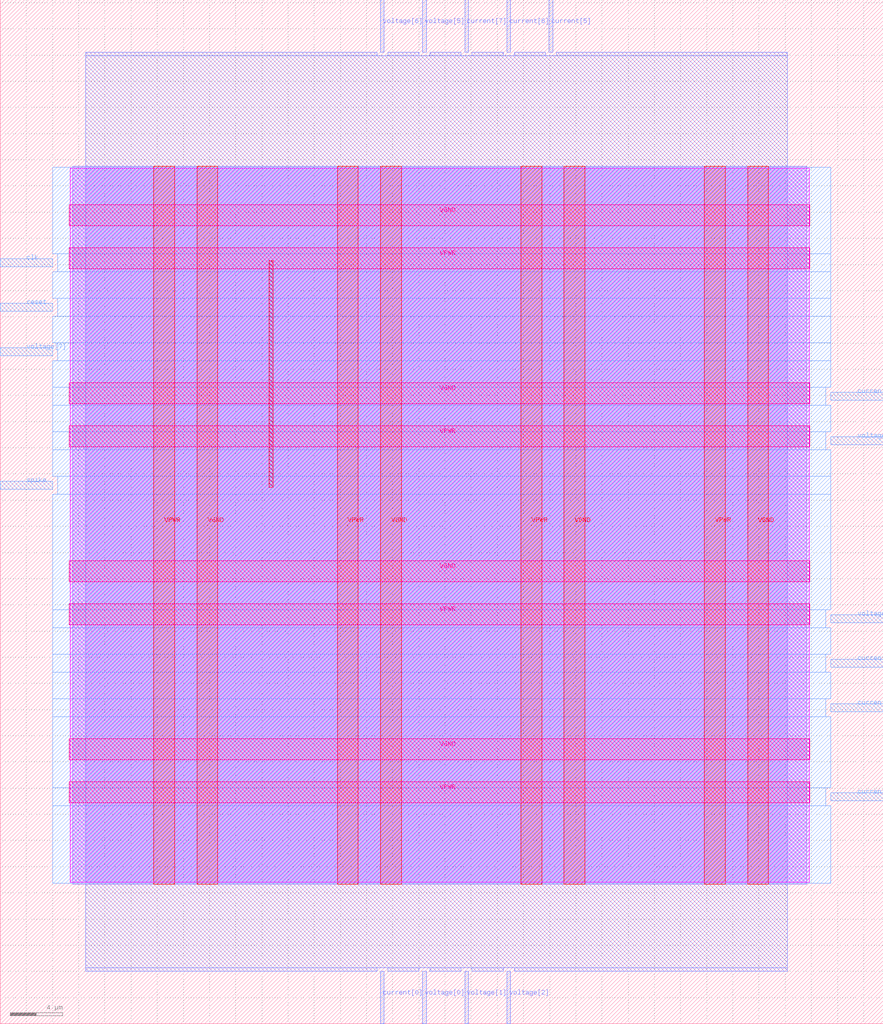
<source format=lef>
VERSION 5.7 ;
  NOWIREEXTENSIONATPIN ON ;
  DIVIDERCHAR "/" ;
  BUSBITCHARS "[]" ;
MACRO LIF
  CLASS BLOCK ;
  FOREIGN LIF ;
  ORIGIN 0.000 0.000 ;
  SIZE 67.495 BY 78.215 ;
  PIN VGND
    DIRECTION INOUT ;
    USE GROUND ;
    PORT
      LAYER met4 ;
        RECT 15.035 10.640 16.635 65.520 ;
    END
    PORT
      LAYER met4 ;
        RECT 29.065 10.640 30.665 65.520 ;
    END
    PORT
      LAYER met4 ;
        RECT 43.095 10.640 44.695 65.520 ;
    END
    PORT
      LAYER met4 ;
        RECT 57.125 10.640 58.725 65.520 ;
    END
    PORT
      LAYER met5 ;
        RECT 5.280 20.180 61.880 21.780 ;
    END
    PORT
      LAYER met5 ;
        RECT 5.280 33.780 61.880 35.380 ;
    END
    PORT
      LAYER met5 ;
        RECT 5.280 47.380 61.880 48.980 ;
    END
    PORT
      LAYER met5 ;
        RECT 5.280 60.980 61.880 62.580 ;
    END
  END VGND
  PIN VPWR
    DIRECTION INOUT ;
    USE POWER ;
    PORT
      LAYER met4 ;
        RECT 11.735 10.640 13.335 65.520 ;
    END
    PORT
      LAYER met4 ;
        RECT 25.765 10.640 27.365 65.520 ;
    END
    PORT
      LAYER met4 ;
        RECT 39.795 10.640 41.395 65.520 ;
    END
    PORT
      LAYER met4 ;
        RECT 53.825 10.640 55.425 65.520 ;
    END
    PORT
      LAYER met5 ;
        RECT 5.280 16.880 61.880 18.480 ;
    END
    PORT
      LAYER met5 ;
        RECT 5.280 30.480 61.880 32.080 ;
    END
    PORT
      LAYER met5 ;
        RECT 5.280 44.080 61.880 45.680 ;
    END
    PORT
      LAYER met5 ;
        RECT 5.280 57.680 61.880 59.280 ;
    END
  END VPWR
  PIN clk
    DIRECTION INPUT ;
    USE SIGNAL ;
    ANTENNAGATEAREA 0.852000 ;
    PORT
      LAYER met3 ;
        RECT 0.000 57.840 4.000 58.440 ;
    END
  END clk
  PIN current[0]
    DIRECTION INPUT ;
    USE SIGNAL ;
    ANTENNAGATEAREA 0.196500 ;
    PORT
      LAYER met2 ;
        RECT 29.070 0.000 29.350 4.000 ;
    END
  END current[0]
  PIN current[1]
    DIRECTION INPUT ;
    USE SIGNAL ;
    ANTENNAGATEAREA 0.213000 ;
    PORT
      LAYER met3 ;
        RECT 63.495 17.040 67.495 17.640 ;
    END
  END current[1]
  PIN current[2]
    DIRECTION INPUT ;
    USE SIGNAL ;
    ANTENNAGATEAREA 0.196500 ;
    PORT
      LAYER met3 ;
        RECT 63.495 23.840 67.495 24.440 ;
    END
  END current[2]
  PIN current[3]
    DIRECTION INPUT ;
    USE SIGNAL ;
    ANTENNAGATEAREA 0.196500 ;
    PORT
      LAYER met3 ;
        RECT 63.495 27.240 67.495 27.840 ;
    END
  END current[3]
  PIN current[4]
    DIRECTION INPUT ;
    USE SIGNAL ;
    ANTENNAGATEAREA 0.196500 ;
    PORT
      LAYER met3 ;
        RECT 63.495 47.640 67.495 48.240 ;
    END
  END current[4]
  PIN current[5]
    DIRECTION INPUT ;
    USE SIGNAL ;
    ANTENNAGATEAREA 0.196500 ;
    PORT
      LAYER met2 ;
        RECT 41.950 74.215 42.230 78.215 ;
    END
  END current[5]
  PIN current[6]
    DIRECTION INPUT ;
    USE SIGNAL ;
    ANTENNAGATEAREA 0.196500 ;
    PORT
      LAYER met2 ;
        RECT 38.730 74.215 39.010 78.215 ;
    END
  END current[6]
  PIN current[7]
    DIRECTION INPUT ;
    USE SIGNAL ;
    ANTENNAGATEAREA 0.196500 ;
    PORT
      LAYER met2 ;
        RECT 35.510 74.215 35.790 78.215 ;
    END
  END current[7]
  PIN reset
    DIRECTION INPUT ;
    USE SIGNAL ;
    ANTENNAGATEAREA 0.159000 ;
    PORT
      LAYER met3 ;
        RECT 0.000 54.440 4.000 55.040 ;
    END
  END reset
  PIN spike
    DIRECTION OUTPUT ;
    USE SIGNAL ;
    ANTENNADIFFAREA 0.445500 ;
    PORT
      LAYER met3 ;
        RECT 0.000 40.840 4.000 41.440 ;
    END
  END spike
  PIN voltage[0]
    DIRECTION OUTPUT ;
    USE SIGNAL ;
    ANTENNADIFFAREA 0.445500 ;
    PORT
      LAYER met2 ;
        RECT 32.290 0.000 32.570 4.000 ;
    END
  END voltage[0]
  PIN voltage[1]
    DIRECTION OUTPUT ;
    USE SIGNAL ;
    ANTENNADIFFAREA 0.445500 ;
    PORT
      LAYER met2 ;
        RECT 35.510 0.000 35.790 4.000 ;
    END
  END voltage[1]
  PIN voltage[2]
    DIRECTION OUTPUT ;
    USE SIGNAL ;
    ANTENNADIFFAREA 0.445500 ;
    PORT
      LAYER met2 ;
        RECT 38.730 0.000 39.010 4.000 ;
    END
  END voltage[2]
  PIN voltage[3]
    DIRECTION OUTPUT ;
    USE SIGNAL ;
    ANTENNADIFFAREA 0.445500 ;
    PORT
      LAYER met3 ;
        RECT 63.495 30.640 67.495 31.240 ;
    END
  END voltage[3]
  PIN voltage[4]
    DIRECTION OUTPUT ;
    USE SIGNAL ;
    ANTENNADIFFAREA 0.445500 ;
    PORT
      LAYER met3 ;
        RECT 63.495 44.240 67.495 44.840 ;
    END
  END voltage[4]
  PIN voltage[5]
    DIRECTION OUTPUT ;
    USE SIGNAL ;
    ANTENNADIFFAREA 0.795200 ;
    PORT
      LAYER met2 ;
        RECT 32.290 74.215 32.570 78.215 ;
    END
  END voltage[5]
  PIN voltage[6]
    DIRECTION OUTPUT ;
    USE SIGNAL ;
    ANTENNADIFFAREA 0.795200 ;
    PORT
      LAYER met2 ;
        RECT 29.070 74.215 29.350 78.215 ;
    END
  END voltage[6]
  PIN voltage[7]
    DIRECTION OUTPUT ;
    USE SIGNAL ;
    ANTENNADIFFAREA 0.445500 ;
    PORT
      LAYER met3 ;
        RECT 0.000 51.040 4.000 51.640 ;
    END
  END voltage[7]
  OBS
      LAYER nwell ;
        RECT 5.330 10.795 61.830 65.365 ;
      LAYER li1 ;
        RECT 5.520 10.795 61.640 65.365 ;
      LAYER met1 ;
        RECT 5.520 10.640 61.640 65.520 ;
      LAYER met2 ;
        RECT 6.530 73.935 28.790 74.215 ;
        RECT 29.630 73.935 32.010 74.215 ;
        RECT 32.850 73.935 35.230 74.215 ;
        RECT 36.070 73.935 38.450 74.215 ;
        RECT 39.290 73.935 41.670 74.215 ;
        RECT 42.510 73.935 60.170 74.215 ;
        RECT 6.530 4.280 60.170 73.935 ;
        RECT 6.530 4.000 28.790 4.280 ;
        RECT 29.630 4.000 32.010 4.280 ;
        RECT 32.850 4.000 35.230 4.280 ;
        RECT 36.070 4.000 38.450 4.280 ;
        RECT 39.290 4.000 60.170 4.280 ;
      LAYER met3 ;
        RECT 4.000 58.840 63.495 65.445 ;
        RECT 4.400 57.440 63.495 58.840 ;
        RECT 4.000 55.440 63.495 57.440 ;
        RECT 4.400 54.040 63.495 55.440 ;
        RECT 4.000 52.040 63.495 54.040 ;
        RECT 4.400 50.640 63.495 52.040 ;
        RECT 4.000 48.640 63.495 50.640 ;
        RECT 4.000 47.240 63.095 48.640 ;
        RECT 4.000 45.240 63.495 47.240 ;
        RECT 4.000 43.840 63.095 45.240 ;
        RECT 4.000 41.840 63.495 43.840 ;
        RECT 4.400 40.440 63.495 41.840 ;
        RECT 4.000 31.640 63.495 40.440 ;
        RECT 4.000 30.240 63.095 31.640 ;
        RECT 4.000 28.240 63.495 30.240 ;
        RECT 4.000 26.840 63.095 28.240 ;
        RECT 4.000 24.840 63.495 26.840 ;
        RECT 4.000 23.440 63.095 24.840 ;
        RECT 4.000 18.040 63.495 23.440 ;
        RECT 4.000 16.640 63.095 18.040 ;
        RECT 4.000 10.715 63.495 16.640 ;
      LAYER met4 ;
        RECT 20.535 40.975 20.865 58.305 ;
  END
END LIF
END LIBRARY


</source>
